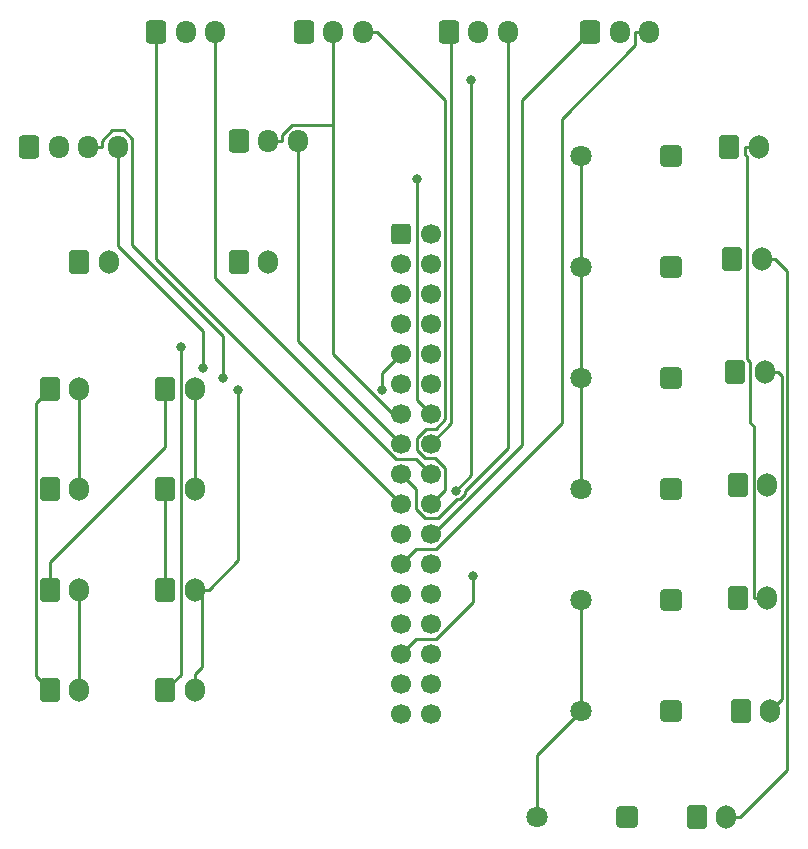
<source format=gbr>
%TF.GenerationSoftware,KiCad,Pcbnew,9.0.4*%
%TF.CreationDate,2025-11-16T16:02:52+10:00*%
%TF.ProjectId,Jet Ranger Auto Pilot Audio,4a657420-5261-46e6-9765-72204175746f,rev?*%
%TF.SameCoordinates,Original*%
%TF.FileFunction,Copper,L1,Top*%
%TF.FilePolarity,Positive*%
%FSLAX46Y46*%
G04 Gerber Fmt 4.6, Leading zero omitted, Abs format (unit mm)*
G04 Created by KiCad (PCBNEW 9.0.4) date 2025-11-16 16:02:52*
%MOMM*%
%LPD*%
G01*
G04 APERTURE LIST*
G04 Aperture macros list*
%AMRoundRect*
0 Rectangle with rounded corners*
0 $1 Rounding radius*
0 $2 $3 $4 $5 $6 $7 $8 $9 X,Y pos of 4 corners*
0 Add a 4 corners polygon primitive as box body*
4,1,4,$2,$3,$4,$5,$6,$7,$8,$9,$2,$3,0*
0 Add four circle primitives for the rounded corners*
1,1,$1+$1,$2,$3*
1,1,$1+$1,$4,$5*
1,1,$1+$1,$6,$7*
1,1,$1+$1,$8,$9*
0 Add four rect primitives between the rounded corners*
20,1,$1+$1,$2,$3,$4,$5,0*
20,1,$1+$1,$4,$5,$6,$7,0*
20,1,$1+$1,$6,$7,$8,$9,0*
20,1,$1+$1,$8,$9,$2,$3,0*%
G04 Aperture macros list end*
%TA.AperFunction,ComponentPad*%
%ADD10RoundRect,0.250000X-0.600000X-0.750000X0.600000X-0.750000X0.600000X0.750000X-0.600000X0.750000X0*%
%TD*%
%TA.AperFunction,ComponentPad*%
%ADD11O,1.700000X2.000000*%
%TD*%
%TA.AperFunction,ComponentPad*%
%ADD12RoundRect,0.250000X0.650000X0.650000X-0.650000X0.650000X-0.650000X-0.650000X0.650000X-0.650000X0*%
%TD*%
%TA.AperFunction,ComponentPad*%
%ADD13C,1.800000*%
%TD*%
%TA.AperFunction,ComponentPad*%
%ADD14RoundRect,0.250000X-0.600000X-0.725000X0.600000X-0.725000X0.600000X0.725000X-0.600000X0.725000X0*%
%TD*%
%TA.AperFunction,ComponentPad*%
%ADD15O,1.700000X1.950000*%
%TD*%
%TA.AperFunction,ComponentPad*%
%ADD16RoundRect,0.250000X-0.600000X-0.600000X0.600000X-0.600000X0.600000X0.600000X-0.600000X0.600000X0*%
%TD*%
%TA.AperFunction,ComponentPad*%
%ADD17C,1.700000*%
%TD*%
%TA.AperFunction,ViaPad*%
%ADD18C,0.800000*%
%TD*%
%TA.AperFunction,Conductor*%
%ADD19C,0.250000*%
%TD*%
G04 APERTURE END LIST*
D10*
%TO.P,SW7,1,1*%
%TO.N,Net-(D2-K)*%
X153250000Y-112100000D03*
D11*
%TO.P,SW7,2,2*%
%TO.N,ROW1*%
X155750000Y-112100000D03*
%TD*%
D10*
%TO.P,SW10,1,1*%
%TO.N,Net-(D9-K)*%
X153500000Y-131200000D03*
D11*
%TO.P,SW10,2,2*%
%TO.N,ROW0*%
X156000000Y-131200000D03*
%TD*%
D10*
%TO.P,D12,1,A*%
%TO.N,/ANNODE_01*%
X105000000Y-122000000D03*
D11*
%TO.P,D12,2,K*%
%TO.N,/CATHODE_01*%
X107500000Y-122000000D03*
%TD*%
D10*
%TO.P,J2,1,Pin_1*%
%TO.N,/+12v-IN*%
X111250000Y-102750000D03*
D11*
%TO.P,J2,2,Pin_2*%
%TO.N,/BACKLIGHT_PANELS*%
X113750000Y-102750000D03*
%TD*%
D12*
%TO.P,D4,1,K*%
%TO.N,Net-(D4-K)*%
X147870000Y-121950000D03*
D13*
%TO.P,D4,2,A*%
%TO.N,COL1*%
X140250000Y-121950000D03*
%TD*%
D10*
%TO.P,D6,1,A*%
%TO.N,/ANNODE_02*%
X95250000Y-130500000D03*
D11*
%TO.P,D6,2,K*%
%TO.N,/CATHODE_00*%
X97750000Y-130500000D03*
%TD*%
D14*
%TO.P,SW2,1,A*%
%TO.N,/ALT_A*%
X129000000Y-83250000D03*
D15*
%TO.P,SW2,2,C*%
%TO.N,GND*%
X131500000Y-83250000D03*
%TO.P,SW2,3,B*%
%TO.N,/ALT_B*%
X134000000Y-83250000D03*
%TD*%
D10*
%TO.P,D8,1,A*%
%TO.N,/ANNODE_00*%
X105000000Y-139000000D03*
D11*
%TO.P,D8,2,K*%
%TO.N,/CATHODE_00*%
X107500000Y-139000000D03*
%TD*%
D10*
%TO.P,SW8,1,1*%
%TO.N,Net-(D3-K)*%
X153000000Y-102550000D03*
D11*
%TO.P,SW8,2,2*%
%TO.N,ROW2*%
X155500000Y-102550000D03*
%TD*%
D10*
%TO.P,SW11,1,1*%
%TO.N,Net-(D10-K)*%
X153750000Y-140750000D03*
D11*
%TO.P,SW11,2,2*%
%TO.N,ROW1*%
X156250000Y-140750000D03*
%TD*%
D16*
%TO.P,J3,1,Pin_1*%
%TO.N,/+12v-IN*%
X124960000Y-100380000D03*
D17*
%TO.P,J3,2,Pin_2*%
%TO.N,/BACKLIGHT_PANELS*%
X127500000Y-100380000D03*
%TO.P,J3,3,Pin_3*%
%TO.N,/AP_MAG_SWITCH_COIL*%
X124960000Y-102920000D03*
%TO.P,J3,4,Pin_4*%
%TO.N,+3.3V*%
X127500000Y-102920000D03*
%TO.P,J3,5,Pin_5*%
%TO.N,/ANNODE_00*%
X124960000Y-105460000D03*
%TO.P,J3,6,Pin_6*%
%TO.N,/ANNODE_01*%
X127500000Y-105460000D03*
%TO.P,J3,7,Pin_7*%
%TO.N,/ANNODE_02*%
X124960000Y-108000000D03*
%TO.P,J3,8,Pin_8*%
%TO.N,/ANNODE_03*%
X127500000Y-108000000D03*
%TO.P,J3,9,Pin_9*%
%TO.N,/CATHODE_00*%
X124960000Y-110540000D03*
%TO.P,J3,10,Pin_10*%
%TO.N,/CATHODE_01*%
X127500000Y-110540000D03*
%TO.P,J3,11,Pin_11*%
%TO.N,AP_OLED_SC*%
X124960000Y-113080000D03*
%TO.P,J3,12,Pin_12*%
%TO.N,AP_OLED_SD*%
X127500000Y-113080000D03*
%TO.P,J3,13,Pin_13*%
%TO.N,GND*%
X124960000Y-115620000D03*
%TO.P,J3,14,Pin_14*%
%TO.N,/CRS_A*%
X127500000Y-115620000D03*
%TO.P,J3,15,Pin_15*%
%TO.N,/CRS_B*%
X124960000Y-118160000D03*
%TO.P,J3,16,Pin_16*%
%TO.N,/ALT_A*%
X127500000Y-118160000D03*
%TO.P,J3,17,Pin_17*%
%TO.N,/ALT_B*%
X124960000Y-120700000D03*
%TO.P,J3,18,Pin_18*%
%TO.N,/VS_B*%
X127500000Y-120700000D03*
%TO.P,J3,19,Pin_19*%
%TO.N,/VS_A*%
X124960000Y-123240000D03*
%TO.P,J3,20,Pin_20*%
%TO.N,/HDG_B*%
X127500000Y-123240000D03*
%TO.P,J3,21,Pin_21*%
%TO.N,/HDG_A*%
X124960000Y-125780000D03*
%TO.P,J3,22,Pin_22*%
%TO.N,/IAS_A*%
X127500000Y-125780000D03*
%TO.P,J3,23,Pin_23*%
%TO.N,/IAS_B*%
X124960000Y-128320000D03*
%TO.P,J3,24,Pin_24*%
%TO.N,COL1*%
X127500000Y-128320000D03*
%TO.P,J3,25,Pin_25*%
%TO.N,COL2*%
X124960000Y-130860000D03*
%TO.P,J3,26,Pin_26*%
%TO.N,ROW0*%
X127500000Y-130860000D03*
%TO.P,J3,27,Pin_27*%
%TO.N,ROW1*%
X124960000Y-133400000D03*
%TO.P,J3,28,Pin_28*%
%TO.N,ROW2*%
X127500000Y-133400000D03*
%TO.P,J3,29,Pin_29*%
%TO.N,ROW3*%
X124960000Y-135940000D03*
%TO.P,J3,30,Pin_30*%
%TO.N,unconnected-(J3-Pin_30-Pad30)*%
X127500000Y-135940000D03*
%TO.P,J3,31,Pin_31*%
%TO.N,unconnected-(J3-Pin_31-Pad31)*%
X124960000Y-138480000D03*
%TO.P,J3,32,Pin_32*%
%TO.N,unconnected-(J3-Pin_32-Pad32)*%
X127500000Y-138480000D03*
%TO.P,J3,33,Pin_33*%
%TO.N,unconnected-(J3-Pin_33-Pad33)*%
X124960000Y-141020000D03*
%TO.P,J3,34,Pin_34*%
%TO.N,unconnected-(J3-Pin_34-Pad34)*%
X127500000Y-141020000D03*
%TD*%
D10*
%TO.P,SW12,1,1*%
%TO.N,Net-(D11-K)*%
X150000000Y-149750000D03*
D11*
%TO.P,SW12,2,2*%
%TO.N,ROW2*%
X152500000Y-149750000D03*
%TD*%
D14*
%TO.P,SW5,1,A*%
%TO.N,/HDG_A*%
X116750000Y-83250000D03*
D15*
%TO.P,SW5,2,C*%
%TO.N,GND*%
X119250000Y-83250000D03*
%TO.P,SW5,3,B*%
%TO.N,/HDG_B*%
X121750000Y-83250000D03*
%TD*%
D12*
%TO.P,D2,1,K*%
%TO.N,Net-(D2-K)*%
X147870000Y-112550000D03*
D13*
%TO.P,D2,2,A*%
%TO.N,COL1*%
X140250000Y-112550000D03*
%TD*%
D10*
%TO.P,D14,1,A*%
%TO.N,/ANNODE_03*%
X95250000Y-113500000D03*
D11*
%TO.P,D14,2,K*%
%TO.N,/CATHODE_01*%
X97750000Y-113500000D03*
%TD*%
D10*
%TO.P,L1,1,-*%
%TO.N,/+12v-IN*%
X97750000Y-102750000D03*
D11*
%TO.P,L1,2,+*%
%TO.N,/AP_MAG_SWITCH_COIL*%
X100250000Y-102750000D03*
%TD*%
D10*
%TO.P,D5,1,A*%
%TO.N,/ANNODE_01*%
X105000000Y-130500000D03*
D11*
%TO.P,D5,2,K*%
%TO.N,/CATHODE_00*%
X107500000Y-130500000D03*
%TD*%
D10*
%TO.P,D15,1,A*%
%TO.N,/ANNODE_00*%
X95250000Y-122000000D03*
D11*
%TO.P,D15,2,K*%
%TO.N,/CATHODE_01*%
X97750000Y-122000000D03*
%TD*%
D14*
%TO.P,J1,1,Pin_1*%
%TO.N,+3.3V*%
X93500000Y-93000000D03*
D15*
%TO.P,J1,2,Pin_2*%
%TO.N,GND*%
X96000000Y-93000000D03*
%TO.P,J1,3,Pin_3*%
%TO.N,AP_OLED_SC*%
X98500000Y-93000000D03*
%TO.P,J1,4,Pin_4*%
%TO.N,AP_OLED_SD*%
X101000000Y-93000000D03*
%TD*%
D12*
%TO.P,D1,1,K*%
%TO.N,Net-(D1-K)*%
X147870000Y-93750000D03*
D13*
%TO.P,D1,2,A*%
%TO.N,COL1*%
X140250000Y-93750000D03*
%TD*%
D10*
%TO.P,SW9,1,1*%
%TO.N,Net-(D4-K)*%
X153500000Y-121650000D03*
D11*
%TO.P,SW9,2,2*%
%TO.N,ROW3*%
X156000000Y-121650000D03*
%TD*%
D12*
%TO.P,D11,1,K*%
%TO.N,Net-(D11-K)*%
X144120000Y-149750000D03*
D13*
%TO.P,D11,2,A*%
%TO.N,COL2*%
X136500000Y-149750000D03*
%TD*%
D12*
%TO.P,D9,1,K*%
%TO.N,Net-(D9-K)*%
X147870000Y-131350000D03*
D13*
%TO.P,D9,2,A*%
%TO.N,COL2*%
X140250000Y-131350000D03*
%TD*%
D10*
%TO.P,D13,1,A*%
%TO.N,/ANNODE_02*%
X105000000Y-113500000D03*
D11*
%TO.P,D13,2,K*%
%TO.N,/CATHODE_01*%
X107500000Y-113500000D03*
%TD*%
D12*
%TO.P,D3,1,K*%
%TO.N,Net-(D3-K)*%
X147870000Y-103150000D03*
D13*
%TO.P,D3,2,A*%
%TO.N,COL1*%
X140250000Y-103150000D03*
%TD*%
D10*
%TO.P,D7,1,A*%
%TO.N,/ANNODE_03*%
X95250000Y-139000000D03*
D11*
%TO.P,D7,2,K*%
%TO.N,/CATHODE_00*%
X97750000Y-139000000D03*
%TD*%
D14*
%TO.P,SW3,1,A*%
%TO.N,/VS_A*%
X104250000Y-83250000D03*
D15*
%TO.P,SW3,2,C*%
%TO.N,GND*%
X106750000Y-83250000D03*
%TO.P,SW3,3,B*%
%TO.N,/VS_B*%
X109250000Y-83250000D03*
%TD*%
D14*
%TO.P,SW1,1,A*%
%TO.N,/CRS_A*%
X111250000Y-92500000D03*
D15*
%TO.P,SW1,2,C*%
%TO.N,GND*%
X113750000Y-92500000D03*
%TO.P,SW1,3,B*%
%TO.N,/CRS_B*%
X116250000Y-92500000D03*
%TD*%
D14*
%TO.P,SW4,1,A*%
%TO.N,/IAS_A*%
X141000000Y-83250000D03*
D15*
%TO.P,SW4,2,C*%
%TO.N,GND*%
X143500000Y-83250000D03*
%TO.P,SW4,3,B*%
%TO.N,/IAS_B*%
X146000000Y-83250000D03*
%TD*%
D12*
%TO.P,D10,1,K*%
%TO.N,Net-(D10-K)*%
X147870000Y-140750000D03*
D13*
%TO.P,D10,2,A*%
%TO.N,COL2*%
X140250000Y-140750000D03*
%TD*%
D10*
%TO.P,SW6,1,A*%
%TO.N,Net-(D1-K)*%
X152750000Y-93000000D03*
D11*
%TO.P,SW6,2,B*%
%TO.N,ROW0*%
X155250000Y-93000000D03*
%TD*%
D18*
%TO.N,ROW3*%
X131031400Y-129367600D03*
%TO.N,/CATHODE_00*%
X123326400Y-113591800D03*
X111147900Y-113591800D03*
%TO.N,/ANNODE_00*%
X106307000Y-109972400D03*
%TO.N,AP_OLED_SC*%
X109865200Y-112554000D03*
%TO.N,AP_OLED_SD*%
X108192300Y-111718000D03*
%TO.N,/CRS_A*%
X126286100Y-95725300D03*
%TO.N,/HDG_A*%
X129631000Y-122123000D03*
X130926200Y-87362500D03*
%TD*%
D19*
%TO.N,GND*%
X124327000Y-115620000D02*
X119250000Y-110543000D01*
X124960000Y-115620000D02*
X124327000Y-115620000D01*
X114926700Y-91985200D02*
X115722100Y-91189800D01*
X114926700Y-92500000D02*
X114926700Y-91985200D01*
X119250000Y-110543000D02*
X119250000Y-91189800D01*
X113750000Y-92500000D02*
X114926700Y-92500000D01*
X119250000Y-83250000D02*
X119250000Y-91189800D01*
X115722100Y-91189800D02*
X119250000Y-91189800D01*
%TO.N,ROW0*%
X154823300Y-116671700D02*
X154823300Y-131200000D01*
X154538200Y-116386600D02*
X154823300Y-116671700D01*
X154073300Y-93000000D02*
X154073300Y-93637500D01*
X154288300Y-110971400D02*
X154538200Y-111221300D01*
X154073300Y-93637500D02*
X154288300Y-93852500D01*
X154538200Y-111221300D02*
X154538200Y-116386600D01*
X155250000Y-93000000D02*
X154073300Y-93000000D01*
X156000000Y-131200000D02*
X154823300Y-131200000D01*
X154288300Y-93852500D02*
X154288300Y-110971400D01*
%TO.N,ROW1*%
X157212100Y-139787900D02*
X157212100Y-112385400D01*
X155750000Y-112100000D02*
X156926700Y-112100000D01*
X156250000Y-140750000D02*
X157212100Y-139787900D01*
X157212100Y-112385400D02*
X156926700Y-112100000D01*
%TO.N,ROW2*%
X155500000Y-102550000D02*
X156676700Y-102550000D01*
X152500000Y-149750000D02*
X153676700Y-149750000D01*
X153676700Y-149750000D02*
X157671100Y-145755600D01*
X157671100Y-103544400D02*
X156676700Y-102550000D01*
X157671100Y-145755600D02*
X157671100Y-103544400D01*
%TO.N,ROW3*%
X126230000Y-134670000D02*
X127911100Y-134670000D01*
X131031400Y-131549700D02*
X131031400Y-129367600D01*
X127911100Y-134670000D02*
X131031400Y-131549700D01*
X124960000Y-135940000D02*
X126230000Y-134670000D01*
%TO.N,COL1*%
X140250000Y-112550000D02*
X140250000Y-121950000D01*
X140250000Y-103150000D02*
X140250000Y-112550000D01*
X140250000Y-93750000D02*
X140250000Y-103150000D01*
%TO.N,/CATHODE_00*%
X107500000Y-130500000D02*
X108088400Y-130500000D01*
X108088400Y-137084900D02*
X107500000Y-137673300D01*
X108088400Y-130500000D02*
X108088400Y-137084900D01*
X123326400Y-112173600D02*
X123326400Y-113591800D01*
X97750000Y-139000000D02*
X97750000Y-130500000D01*
X108676700Y-130500000D02*
X111147900Y-128028800D01*
X108088400Y-130500000D02*
X108676700Y-130500000D01*
X107500000Y-139000000D02*
X107500000Y-137673300D01*
X111147900Y-128028800D02*
X111147900Y-113591800D01*
X124960000Y-110540000D02*
X123326400Y-112173600D01*
%TO.N,/ANNODE_01*%
X105000000Y-130500000D02*
X105000000Y-122000000D01*
%TO.N,/ANNODE_02*%
X95250000Y-128156400D02*
X95250000Y-130500000D01*
X105000000Y-113500000D02*
X105000000Y-118406400D01*
X105000000Y-118406400D02*
X95250000Y-128156400D01*
%TO.N,/ANNODE_03*%
X94052600Y-114697400D02*
X94052600Y-137802600D01*
X95250000Y-113500000D02*
X94052600Y-114697400D01*
X94052600Y-137802600D02*
X95250000Y-139000000D01*
%TO.N,/ANNODE_00*%
X106307000Y-137693000D02*
X106307000Y-109972400D01*
X105000000Y-139000000D02*
X106307000Y-137693000D01*
%TO.N,COL2*%
X140250000Y-140750000D02*
X140250000Y-131350000D01*
X136500000Y-144500000D02*
X136500000Y-149750000D01*
X140250000Y-140750000D02*
X136500000Y-144500000D01*
%TO.N,/CATHODE_01*%
X97750000Y-122000000D02*
X97750000Y-113500000D01*
X107500000Y-113500000D02*
X107500000Y-122000000D01*
%TO.N,AP_OLED_SC*%
X100537400Y-91624500D02*
X101492600Y-91624500D01*
X109865200Y-109031700D02*
X109865200Y-112554000D01*
X102176700Y-92308600D02*
X102176700Y-101343200D01*
X101492600Y-91624500D02*
X102176700Y-92308600D01*
X99676700Y-93000000D02*
X99676700Y-92485200D01*
X98500000Y-93000000D02*
X99676700Y-93000000D01*
X99676700Y-92485200D02*
X100537400Y-91624500D01*
X102176700Y-101343200D02*
X109865200Y-109031700D01*
%TO.N,AP_OLED_SD*%
X108192300Y-108596600D02*
X108192300Y-111718000D01*
X101000000Y-101404300D02*
X108192300Y-108596600D01*
X101000000Y-93000000D02*
X101000000Y-101404300D01*
%TO.N,/VS_B*%
X109250000Y-104124800D02*
X109250000Y-83250000D01*
X124555200Y-119430000D02*
X109250000Y-104124800D01*
X127500000Y-120700000D02*
X126230000Y-119430000D01*
X126230000Y-119430000D02*
X124555200Y-119430000D01*
%TO.N,/IAS_B*%
X146000000Y-83250000D02*
X144823300Y-83250000D01*
X138604500Y-90645500D02*
X144823300Y-84426700D01*
X144823300Y-84426700D02*
X144823300Y-83250000D01*
X124960000Y-128320000D02*
X126230000Y-127050000D01*
X126230000Y-127050000D02*
X127932600Y-127050000D01*
X138604500Y-116378100D02*
X138604500Y-90645500D01*
X127932600Y-127050000D02*
X138604500Y-116378100D01*
%TO.N,/CRS_A*%
X126286100Y-95725300D02*
X126286100Y-114406100D01*
X126286100Y-114406100D02*
X127500000Y-115620000D01*
%TO.N,/VS_A*%
X124960000Y-123240000D02*
X104250000Y-102530000D01*
X104250000Y-102530000D02*
X104250000Y-83250000D01*
%TO.N,/HDG_B*%
X128724100Y-89047400D02*
X122926700Y-83250000D01*
X126306500Y-118645900D02*
X126306500Y-117689000D01*
X127815600Y-119336700D02*
X126997300Y-119336700D01*
X128676700Y-122063300D02*
X128676700Y-120197800D01*
X126306500Y-117689000D02*
X127070200Y-116925300D01*
X127896600Y-116925300D02*
X128724100Y-116097800D01*
X121750000Y-83250000D02*
X122926700Y-83250000D01*
X128724100Y-116097800D02*
X128724100Y-89047400D01*
X127500000Y-123240000D02*
X128676700Y-122063300D01*
X128676700Y-120197800D02*
X127815600Y-119336700D01*
X126997300Y-119336700D02*
X126306500Y-118645900D01*
X127070200Y-116925300D02*
X127896600Y-116925300D01*
%TO.N,/ALT_A*%
X129225800Y-83475800D02*
X129000000Y-83250000D01*
X129225800Y-116434200D02*
X129225800Y-83475800D01*
X127500000Y-118160000D02*
X129225800Y-116434200D01*
%TO.N,/CRS_B*%
X124960000Y-118160000D02*
X116250000Y-109450000D01*
X116250000Y-109450000D02*
X116250000Y-92500000D01*
%TO.N,/HDG_A*%
X130926200Y-120827800D02*
X130926200Y-87362500D01*
X129631000Y-122123000D02*
X130926200Y-120827800D01*
%TO.N,/IAS_A*%
X127640500Y-125780000D02*
X135175200Y-118245300D01*
X127500000Y-125780000D02*
X127640500Y-125780000D01*
X135175200Y-118245300D02*
X135175200Y-89074800D01*
X135175200Y-89074800D02*
X141000000Y-83250000D01*
%TO.N,/ALT_B*%
X127008600Y-124455100D02*
X128067600Y-124455100D01*
X126230000Y-123676500D02*
X127008600Y-124455100D01*
X134000000Y-118522700D02*
X134000000Y-83250000D01*
X130357700Y-122424000D02*
X130357700Y-122165000D01*
X129673000Y-122849700D02*
X129932000Y-122849700D01*
X130357700Y-122165000D02*
X134000000Y-118522700D01*
X129932000Y-122849700D02*
X130357700Y-122424000D01*
X126230000Y-121970000D02*
X126230000Y-123676500D01*
X124960000Y-120700000D02*
X126230000Y-121970000D01*
X128067600Y-124455100D02*
X129673000Y-122849700D01*
%TD*%
M02*

</source>
